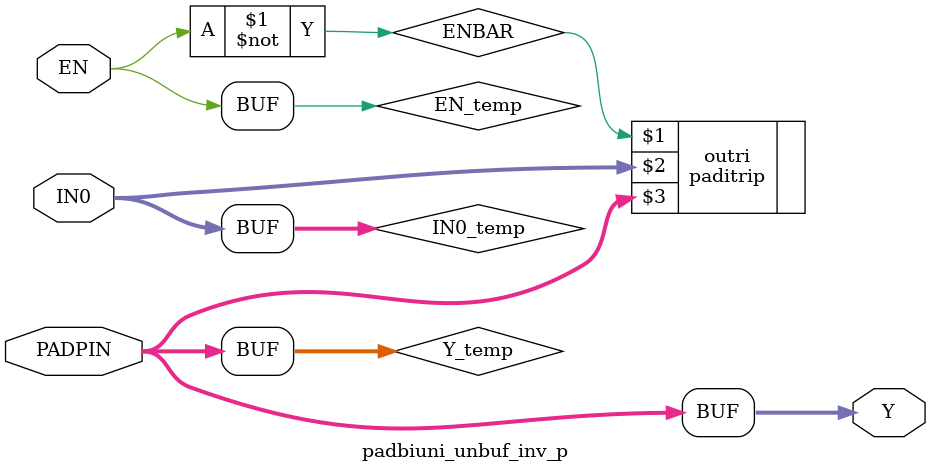
<source format=v>
module padbiuni_unbuf_inv_p(EN,IN0,PADPIN,Y);
  parameter M = 7;
  parameter N = 0;
  parameter SLIM_FLAG = 0;
  parameter OUTDRIVE = "4MA";
  parameter
        d_EN_r = 0,
        d_EN_f = 0,
        d_IN0 = 0,
        d_PADPIN = 1,
        d_Y = 1;
  input  EN;
  input [M:N] IN0;
  inout [M:N] PADPIN;
  output [M:N] Y;
  wire  EN_temp;
  wire [M:N] IN0_temp;
  wire [M:N] PADPIN_temp;
  wire [M:N] Y_temp;
  wire  ENBAR;
  assign #(d_EN_r,d_EN_f) EN_temp = EN;
  assign #(d_IN0) IN0_temp = IN0;
  assign #(d_Y) Y = Y_temp;
  assign
    Y_temp = PADPIN;
  assign
    ENBAR = ( ~ EN_temp);
  paditrip #(M,N,"None") outri (ENBAR,IN0_temp,PADPIN);
endmodule

</source>
